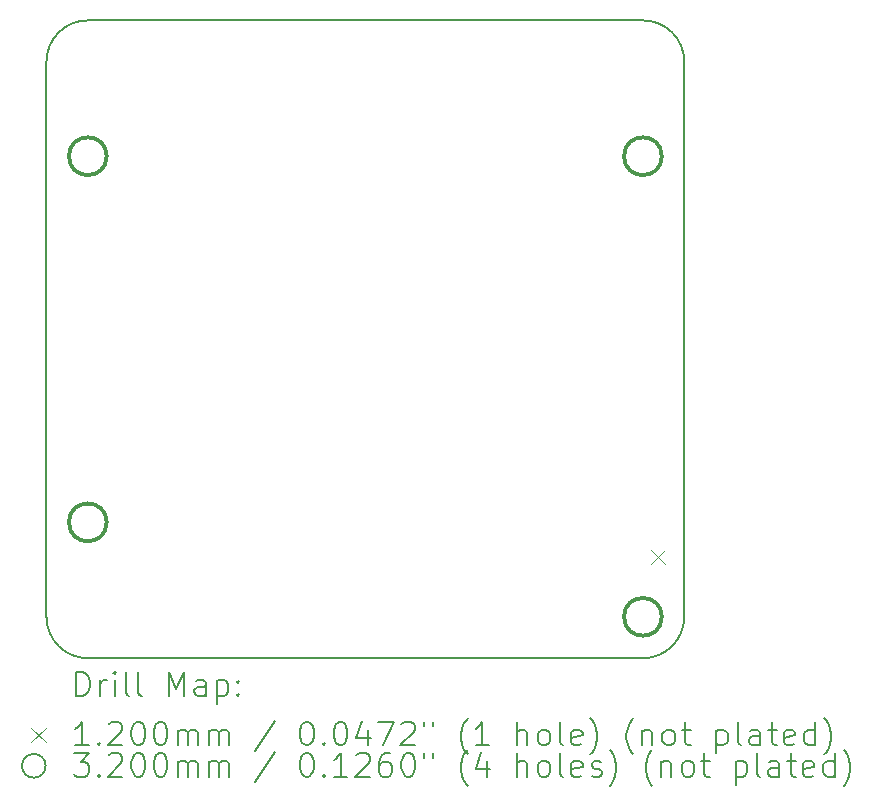
<source format=gbr>
%TF.GenerationSoftware,KiCad,Pcbnew,9.0.0*%
%TF.CreationDate,2025-04-17T11:42:54-07:00*%
%TF.ProjectId,Teensy_Telemetry_Compact,5465656e-7379-45f5-9465-6c656d657472,rev?*%
%TF.SameCoordinates,Original*%
%TF.FileFunction,Drillmap*%
%TF.FilePolarity,Positive*%
%FSLAX45Y45*%
G04 Gerber Fmt 4.5, Leading zero omitted, Abs format (unit mm)*
G04 Created by KiCad (PCBNEW 9.0.0) date 2025-04-17 11:42:54*
%MOMM*%
%LPD*%
G01*
G04 APERTURE LIST*
%ADD10C,0.150000*%
%ADD11C,0.200000*%
%ADD12C,0.120000*%
%ADD13C,0.320000*%
G04 APERTURE END LIST*
D10*
X12950000Y-13850000D02*
X8250000Y-13850000D01*
X7900000Y-8800000D02*
G75*
G02*
X8250000Y-8450000I350000J0D01*
G01*
X7900000Y-13500000D02*
X7900000Y-8800000D01*
X13300000Y-13500000D02*
G75*
G02*
X12950000Y-13850000I-350000J0D01*
G01*
X12950000Y-8450000D02*
G75*
G02*
X13300000Y-8800000I0J-350000D01*
G01*
X8250000Y-13850000D02*
G75*
G02*
X7900000Y-13500000I0J350000D01*
G01*
X8250000Y-8450000D02*
X12950000Y-8450000D01*
X13300000Y-8800000D02*
X13300000Y-13500000D01*
D11*
D12*
X13015000Y-12935000D02*
X13135000Y-13055000D01*
X13135000Y-12935000D02*
X13015000Y-13055000D01*
D13*
X8410000Y-9600000D02*
G75*
G02*
X8090000Y-9600000I-160000J0D01*
G01*
X8090000Y-9600000D02*
G75*
G02*
X8410000Y-9600000I160000J0D01*
G01*
X8410000Y-12700000D02*
G75*
G02*
X8090000Y-12700000I-160000J0D01*
G01*
X8090000Y-12700000D02*
G75*
G02*
X8410000Y-12700000I160000J0D01*
G01*
X13110000Y-9600000D02*
G75*
G02*
X12790000Y-9600000I-160000J0D01*
G01*
X12790000Y-9600000D02*
G75*
G02*
X13110000Y-9600000I160000J0D01*
G01*
X13110000Y-13500000D02*
G75*
G02*
X12790000Y-13500000I-160000J0D01*
G01*
X12790000Y-13500000D02*
G75*
G02*
X13110000Y-13500000I160000J0D01*
G01*
D11*
X8153277Y-14168984D02*
X8153277Y-13968984D01*
X8153277Y-13968984D02*
X8200896Y-13968984D01*
X8200896Y-13968984D02*
X8229467Y-13978508D01*
X8229467Y-13978508D02*
X8248515Y-13997555D01*
X8248515Y-13997555D02*
X8258039Y-14016603D01*
X8258039Y-14016603D02*
X8267562Y-14054698D01*
X8267562Y-14054698D02*
X8267562Y-14083269D01*
X8267562Y-14083269D02*
X8258039Y-14121365D01*
X8258039Y-14121365D02*
X8248515Y-14140412D01*
X8248515Y-14140412D02*
X8229467Y-14159460D01*
X8229467Y-14159460D02*
X8200896Y-14168984D01*
X8200896Y-14168984D02*
X8153277Y-14168984D01*
X8353277Y-14168984D02*
X8353277Y-14035650D01*
X8353277Y-14073746D02*
X8362801Y-14054698D01*
X8362801Y-14054698D02*
X8372324Y-14045174D01*
X8372324Y-14045174D02*
X8391372Y-14035650D01*
X8391372Y-14035650D02*
X8410420Y-14035650D01*
X8477086Y-14168984D02*
X8477086Y-14035650D01*
X8477086Y-13968984D02*
X8467563Y-13978508D01*
X8467563Y-13978508D02*
X8477086Y-13988031D01*
X8477086Y-13988031D02*
X8486610Y-13978508D01*
X8486610Y-13978508D02*
X8477086Y-13968984D01*
X8477086Y-13968984D02*
X8477086Y-13988031D01*
X8600896Y-14168984D02*
X8581848Y-14159460D01*
X8581848Y-14159460D02*
X8572324Y-14140412D01*
X8572324Y-14140412D02*
X8572324Y-13968984D01*
X8705658Y-14168984D02*
X8686610Y-14159460D01*
X8686610Y-14159460D02*
X8677086Y-14140412D01*
X8677086Y-14140412D02*
X8677086Y-13968984D01*
X8934229Y-14168984D02*
X8934229Y-13968984D01*
X8934229Y-13968984D02*
X9000896Y-14111841D01*
X9000896Y-14111841D02*
X9067563Y-13968984D01*
X9067563Y-13968984D02*
X9067563Y-14168984D01*
X9248515Y-14168984D02*
X9248515Y-14064222D01*
X9248515Y-14064222D02*
X9238991Y-14045174D01*
X9238991Y-14045174D02*
X9219944Y-14035650D01*
X9219944Y-14035650D02*
X9181848Y-14035650D01*
X9181848Y-14035650D02*
X9162801Y-14045174D01*
X9248515Y-14159460D02*
X9229467Y-14168984D01*
X9229467Y-14168984D02*
X9181848Y-14168984D01*
X9181848Y-14168984D02*
X9162801Y-14159460D01*
X9162801Y-14159460D02*
X9153277Y-14140412D01*
X9153277Y-14140412D02*
X9153277Y-14121365D01*
X9153277Y-14121365D02*
X9162801Y-14102317D01*
X9162801Y-14102317D02*
X9181848Y-14092793D01*
X9181848Y-14092793D02*
X9229467Y-14092793D01*
X9229467Y-14092793D02*
X9248515Y-14083269D01*
X9343753Y-14035650D02*
X9343753Y-14235650D01*
X9343753Y-14045174D02*
X9362801Y-14035650D01*
X9362801Y-14035650D02*
X9400896Y-14035650D01*
X9400896Y-14035650D02*
X9419944Y-14045174D01*
X9419944Y-14045174D02*
X9429467Y-14054698D01*
X9429467Y-14054698D02*
X9438991Y-14073746D01*
X9438991Y-14073746D02*
X9438991Y-14130888D01*
X9438991Y-14130888D02*
X9429467Y-14149936D01*
X9429467Y-14149936D02*
X9419944Y-14159460D01*
X9419944Y-14159460D02*
X9400896Y-14168984D01*
X9400896Y-14168984D02*
X9362801Y-14168984D01*
X9362801Y-14168984D02*
X9343753Y-14159460D01*
X9524705Y-14149936D02*
X9534229Y-14159460D01*
X9534229Y-14159460D02*
X9524705Y-14168984D01*
X9524705Y-14168984D02*
X9515182Y-14159460D01*
X9515182Y-14159460D02*
X9524705Y-14149936D01*
X9524705Y-14149936D02*
X9524705Y-14168984D01*
X9524705Y-14045174D02*
X9534229Y-14054698D01*
X9534229Y-14054698D02*
X9524705Y-14064222D01*
X9524705Y-14064222D02*
X9515182Y-14054698D01*
X9515182Y-14054698D02*
X9524705Y-14045174D01*
X9524705Y-14045174D02*
X9524705Y-14064222D01*
D12*
X7772500Y-14437500D02*
X7892500Y-14557500D01*
X7892500Y-14437500D02*
X7772500Y-14557500D01*
D11*
X8258039Y-14588984D02*
X8143753Y-14588984D01*
X8200896Y-14588984D02*
X8200896Y-14388984D01*
X8200896Y-14388984D02*
X8181848Y-14417555D01*
X8181848Y-14417555D02*
X8162801Y-14436603D01*
X8162801Y-14436603D02*
X8143753Y-14446127D01*
X8343753Y-14569936D02*
X8353277Y-14579460D01*
X8353277Y-14579460D02*
X8343753Y-14588984D01*
X8343753Y-14588984D02*
X8334229Y-14579460D01*
X8334229Y-14579460D02*
X8343753Y-14569936D01*
X8343753Y-14569936D02*
X8343753Y-14588984D01*
X8429467Y-14408031D02*
X8438991Y-14398508D01*
X8438991Y-14398508D02*
X8458039Y-14388984D01*
X8458039Y-14388984D02*
X8505658Y-14388984D01*
X8505658Y-14388984D02*
X8524705Y-14398508D01*
X8524705Y-14398508D02*
X8534229Y-14408031D01*
X8534229Y-14408031D02*
X8543753Y-14427079D01*
X8543753Y-14427079D02*
X8543753Y-14446127D01*
X8543753Y-14446127D02*
X8534229Y-14474698D01*
X8534229Y-14474698D02*
X8419944Y-14588984D01*
X8419944Y-14588984D02*
X8543753Y-14588984D01*
X8667563Y-14388984D02*
X8686610Y-14388984D01*
X8686610Y-14388984D02*
X8705658Y-14398508D01*
X8705658Y-14398508D02*
X8715182Y-14408031D01*
X8715182Y-14408031D02*
X8724705Y-14427079D01*
X8724705Y-14427079D02*
X8734229Y-14465174D01*
X8734229Y-14465174D02*
X8734229Y-14512793D01*
X8734229Y-14512793D02*
X8724705Y-14550888D01*
X8724705Y-14550888D02*
X8715182Y-14569936D01*
X8715182Y-14569936D02*
X8705658Y-14579460D01*
X8705658Y-14579460D02*
X8686610Y-14588984D01*
X8686610Y-14588984D02*
X8667563Y-14588984D01*
X8667563Y-14588984D02*
X8648515Y-14579460D01*
X8648515Y-14579460D02*
X8638991Y-14569936D01*
X8638991Y-14569936D02*
X8629467Y-14550888D01*
X8629467Y-14550888D02*
X8619944Y-14512793D01*
X8619944Y-14512793D02*
X8619944Y-14465174D01*
X8619944Y-14465174D02*
X8629467Y-14427079D01*
X8629467Y-14427079D02*
X8638991Y-14408031D01*
X8638991Y-14408031D02*
X8648515Y-14398508D01*
X8648515Y-14398508D02*
X8667563Y-14388984D01*
X8858039Y-14388984D02*
X8877086Y-14388984D01*
X8877086Y-14388984D02*
X8896134Y-14398508D01*
X8896134Y-14398508D02*
X8905658Y-14408031D01*
X8905658Y-14408031D02*
X8915182Y-14427079D01*
X8915182Y-14427079D02*
X8924705Y-14465174D01*
X8924705Y-14465174D02*
X8924705Y-14512793D01*
X8924705Y-14512793D02*
X8915182Y-14550888D01*
X8915182Y-14550888D02*
X8905658Y-14569936D01*
X8905658Y-14569936D02*
X8896134Y-14579460D01*
X8896134Y-14579460D02*
X8877086Y-14588984D01*
X8877086Y-14588984D02*
X8858039Y-14588984D01*
X8858039Y-14588984D02*
X8838991Y-14579460D01*
X8838991Y-14579460D02*
X8829467Y-14569936D01*
X8829467Y-14569936D02*
X8819944Y-14550888D01*
X8819944Y-14550888D02*
X8810420Y-14512793D01*
X8810420Y-14512793D02*
X8810420Y-14465174D01*
X8810420Y-14465174D02*
X8819944Y-14427079D01*
X8819944Y-14427079D02*
X8829467Y-14408031D01*
X8829467Y-14408031D02*
X8838991Y-14398508D01*
X8838991Y-14398508D02*
X8858039Y-14388984D01*
X9010420Y-14588984D02*
X9010420Y-14455650D01*
X9010420Y-14474698D02*
X9019944Y-14465174D01*
X9019944Y-14465174D02*
X9038991Y-14455650D01*
X9038991Y-14455650D02*
X9067563Y-14455650D01*
X9067563Y-14455650D02*
X9086610Y-14465174D01*
X9086610Y-14465174D02*
X9096134Y-14484222D01*
X9096134Y-14484222D02*
X9096134Y-14588984D01*
X9096134Y-14484222D02*
X9105658Y-14465174D01*
X9105658Y-14465174D02*
X9124705Y-14455650D01*
X9124705Y-14455650D02*
X9153277Y-14455650D01*
X9153277Y-14455650D02*
X9172325Y-14465174D01*
X9172325Y-14465174D02*
X9181848Y-14484222D01*
X9181848Y-14484222D02*
X9181848Y-14588984D01*
X9277086Y-14588984D02*
X9277086Y-14455650D01*
X9277086Y-14474698D02*
X9286610Y-14465174D01*
X9286610Y-14465174D02*
X9305658Y-14455650D01*
X9305658Y-14455650D02*
X9334229Y-14455650D01*
X9334229Y-14455650D02*
X9353277Y-14465174D01*
X9353277Y-14465174D02*
X9362801Y-14484222D01*
X9362801Y-14484222D02*
X9362801Y-14588984D01*
X9362801Y-14484222D02*
X9372325Y-14465174D01*
X9372325Y-14465174D02*
X9391372Y-14455650D01*
X9391372Y-14455650D02*
X9419944Y-14455650D01*
X9419944Y-14455650D02*
X9438991Y-14465174D01*
X9438991Y-14465174D02*
X9448515Y-14484222D01*
X9448515Y-14484222D02*
X9448515Y-14588984D01*
X9838991Y-14379460D02*
X9667563Y-14636603D01*
X10096134Y-14388984D02*
X10115182Y-14388984D01*
X10115182Y-14388984D02*
X10134229Y-14398508D01*
X10134229Y-14398508D02*
X10143753Y-14408031D01*
X10143753Y-14408031D02*
X10153277Y-14427079D01*
X10153277Y-14427079D02*
X10162801Y-14465174D01*
X10162801Y-14465174D02*
X10162801Y-14512793D01*
X10162801Y-14512793D02*
X10153277Y-14550888D01*
X10153277Y-14550888D02*
X10143753Y-14569936D01*
X10143753Y-14569936D02*
X10134229Y-14579460D01*
X10134229Y-14579460D02*
X10115182Y-14588984D01*
X10115182Y-14588984D02*
X10096134Y-14588984D01*
X10096134Y-14588984D02*
X10077087Y-14579460D01*
X10077087Y-14579460D02*
X10067563Y-14569936D01*
X10067563Y-14569936D02*
X10058039Y-14550888D01*
X10058039Y-14550888D02*
X10048515Y-14512793D01*
X10048515Y-14512793D02*
X10048515Y-14465174D01*
X10048515Y-14465174D02*
X10058039Y-14427079D01*
X10058039Y-14427079D02*
X10067563Y-14408031D01*
X10067563Y-14408031D02*
X10077087Y-14398508D01*
X10077087Y-14398508D02*
X10096134Y-14388984D01*
X10248515Y-14569936D02*
X10258039Y-14579460D01*
X10258039Y-14579460D02*
X10248515Y-14588984D01*
X10248515Y-14588984D02*
X10238991Y-14579460D01*
X10238991Y-14579460D02*
X10248515Y-14569936D01*
X10248515Y-14569936D02*
X10248515Y-14588984D01*
X10381848Y-14388984D02*
X10400896Y-14388984D01*
X10400896Y-14388984D02*
X10419944Y-14398508D01*
X10419944Y-14398508D02*
X10429468Y-14408031D01*
X10429468Y-14408031D02*
X10438991Y-14427079D01*
X10438991Y-14427079D02*
X10448515Y-14465174D01*
X10448515Y-14465174D02*
X10448515Y-14512793D01*
X10448515Y-14512793D02*
X10438991Y-14550888D01*
X10438991Y-14550888D02*
X10429468Y-14569936D01*
X10429468Y-14569936D02*
X10419944Y-14579460D01*
X10419944Y-14579460D02*
X10400896Y-14588984D01*
X10400896Y-14588984D02*
X10381848Y-14588984D01*
X10381848Y-14588984D02*
X10362801Y-14579460D01*
X10362801Y-14579460D02*
X10353277Y-14569936D01*
X10353277Y-14569936D02*
X10343753Y-14550888D01*
X10343753Y-14550888D02*
X10334229Y-14512793D01*
X10334229Y-14512793D02*
X10334229Y-14465174D01*
X10334229Y-14465174D02*
X10343753Y-14427079D01*
X10343753Y-14427079D02*
X10353277Y-14408031D01*
X10353277Y-14408031D02*
X10362801Y-14398508D01*
X10362801Y-14398508D02*
X10381848Y-14388984D01*
X10619944Y-14455650D02*
X10619944Y-14588984D01*
X10572325Y-14379460D02*
X10524706Y-14522317D01*
X10524706Y-14522317D02*
X10648515Y-14522317D01*
X10705658Y-14388984D02*
X10838991Y-14388984D01*
X10838991Y-14388984D02*
X10753277Y-14588984D01*
X10905658Y-14408031D02*
X10915182Y-14398508D01*
X10915182Y-14398508D02*
X10934229Y-14388984D01*
X10934229Y-14388984D02*
X10981849Y-14388984D01*
X10981849Y-14388984D02*
X11000896Y-14398508D01*
X11000896Y-14398508D02*
X11010420Y-14408031D01*
X11010420Y-14408031D02*
X11019944Y-14427079D01*
X11019944Y-14427079D02*
X11019944Y-14446127D01*
X11019944Y-14446127D02*
X11010420Y-14474698D01*
X11010420Y-14474698D02*
X10896134Y-14588984D01*
X10896134Y-14588984D02*
X11019944Y-14588984D01*
X11096134Y-14388984D02*
X11096134Y-14427079D01*
X11172325Y-14388984D02*
X11172325Y-14427079D01*
X11467563Y-14665174D02*
X11458039Y-14655650D01*
X11458039Y-14655650D02*
X11438991Y-14627079D01*
X11438991Y-14627079D02*
X11429468Y-14608031D01*
X11429468Y-14608031D02*
X11419944Y-14579460D01*
X11419944Y-14579460D02*
X11410420Y-14531841D01*
X11410420Y-14531841D02*
X11410420Y-14493746D01*
X11410420Y-14493746D02*
X11419944Y-14446127D01*
X11419944Y-14446127D02*
X11429468Y-14417555D01*
X11429468Y-14417555D02*
X11438991Y-14398508D01*
X11438991Y-14398508D02*
X11458039Y-14369936D01*
X11458039Y-14369936D02*
X11467563Y-14360412D01*
X11648515Y-14588984D02*
X11534229Y-14588984D01*
X11591372Y-14588984D02*
X11591372Y-14388984D01*
X11591372Y-14388984D02*
X11572325Y-14417555D01*
X11572325Y-14417555D02*
X11553277Y-14436603D01*
X11553277Y-14436603D02*
X11534229Y-14446127D01*
X11886610Y-14588984D02*
X11886610Y-14388984D01*
X11972325Y-14588984D02*
X11972325Y-14484222D01*
X11972325Y-14484222D02*
X11962801Y-14465174D01*
X11962801Y-14465174D02*
X11943753Y-14455650D01*
X11943753Y-14455650D02*
X11915182Y-14455650D01*
X11915182Y-14455650D02*
X11896134Y-14465174D01*
X11896134Y-14465174D02*
X11886610Y-14474698D01*
X12096134Y-14588984D02*
X12077087Y-14579460D01*
X12077087Y-14579460D02*
X12067563Y-14569936D01*
X12067563Y-14569936D02*
X12058039Y-14550888D01*
X12058039Y-14550888D02*
X12058039Y-14493746D01*
X12058039Y-14493746D02*
X12067563Y-14474698D01*
X12067563Y-14474698D02*
X12077087Y-14465174D01*
X12077087Y-14465174D02*
X12096134Y-14455650D01*
X12096134Y-14455650D02*
X12124706Y-14455650D01*
X12124706Y-14455650D02*
X12143753Y-14465174D01*
X12143753Y-14465174D02*
X12153277Y-14474698D01*
X12153277Y-14474698D02*
X12162801Y-14493746D01*
X12162801Y-14493746D02*
X12162801Y-14550888D01*
X12162801Y-14550888D02*
X12153277Y-14569936D01*
X12153277Y-14569936D02*
X12143753Y-14579460D01*
X12143753Y-14579460D02*
X12124706Y-14588984D01*
X12124706Y-14588984D02*
X12096134Y-14588984D01*
X12277087Y-14588984D02*
X12258039Y-14579460D01*
X12258039Y-14579460D02*
X12248515Y-14560412D01*
X12248515Y-14560412D02*
X12248515Y-14388984D01*
X12429468Y-14579460D02*
X12410420Y-14588984D01*
X12410420Y-14588984D02*
X12372325Y-14588984D01*
X12372325Y-14588984D02*
X12353277Y-14579460D01*
X12353277Y-14579460D02*
X12343753Y-14560412D01*
X12343753Y-14560412D02*
X12343753Y-14484222D01*
X12343753Y-14484222D02*
X12353277Y-14465174D01*
X12353277Y-14465174D02*
X12372325Y-14455650D01*
X12372325Y-14455650D02*
X12410420Y-14455650D01*
X12410420Y-14455650D02*
X12429468Y-14465174D01*
X12429468Y-14465174D02*
X12438991Y-14484222D01*
X12438991Y-14484222D02*
X12438991Y-14503269D01*
X12438991Y-14503269D02*
X12343753Y-14522317D01*
X12505658Y-14665174D02*
X12515182Y-14655650D01*
X12515182Y-14655650D02*
X12534230Y-14627079D01*
X12534230Y-14627079D02*
X12543753Y-14608031D01*
X12543753Y-14608031D02*
X12553277Y-14579460D01*
X12553277Y-14579460D02*
X12562801Y-14531841D01*
X12562801Y-14531841D02*
X12562801Y-14493746D01*
X12562801Y-14493746D02*
X12553277Y-14446127D01*
X12553277Y-14446127D02*
X12543753Y-14417555D01*
X12543753Y-14417555D02*
X12534230Y-14398508D01*
X12534230Y-14398508D02*
X12515182Y-14369936D01*
X12515182Y-14369936D02*
X12505658Y-14360412D01*
X12867563Y-14665174D02*
X12858039Y-14655650D01*
X12858039Y-14655650D02*
X12838991Y-14627079D01*
X12838991Y-14627079D02*
X12829468Y-14608031D01*
X12829468Y-14608031D02*
X12819944Y-14579460D01*
X12819944Y-14579460D02*
X12810420Y-14531841D01*
X12810420Y-14531841D02*
X12810420Y-14493746D01*
X12810420Y-14493746D02*
X12819944Y-14446127D01*
X12819944Y-14446127D02*
X12829468Y-14417555D01*
X12829468Y-14417555D02*
X12838991Y-14398508D01*
X12838991Y-14398508D02*
X12858039Y-14369936D01*
X12858039Y-14369936D02*
X12867563Y-14360412D01*
X12943753Y-14455650D02*
X12943753Y-14588984D01*
X12943753Y-14474698D02*
X12953277Y-14465174D01*
X12953277Y-14465174D02*
X12972325Y-14455650D01*
X12972325Y-14455650D02*
X13000896Y-14455650D01*
X13000896Y-14455650D02*
X13019944Y-14465174D01*
X13019944Y-14465174D02*
X13029468Y-14484222D01*
X13029468Y-14484222D02*
X13029468Y-14588984D01*
X13153277Y-14588984D02*
X13134230Y-14579460D01*
X13134230Y-14579460D02*
X13124706Y-14569936D01*
X13124706Y-14569936D02*
X13115182Y-14550888D01*
X13115182Y-14550888D02*
X13115182Y-14493746D01*
X13115182Y-14493746D02*
X13124706Y-14474698D01*
X13124706Y-14474698D02*
X13134230Y-14465174D01*
X13134230Y-14465174D02*
X13153277Y-14455650D01*
X13153277Y-14455650D02*
X13181849Y-14455650D01*
X13181849Y-14455650D02*
X13200896Y-14465174D01*
X13200896Y-14465174D02*
X13210420Y-14474698D01*
X13210420Y-14474698D02*
X13219944Y-14493746D01*
X13219944Y-14493746D02*
X13219944Y-14550888D01*
X13219944Y-14550888D02*
X13210420Y-14569936D01*
X13210420Y-14569936D02*
X13200896Y-14579460D01*
X13200896Y-14579460D02*
X13181849Y-14588984D01*
X13181849Y-14588984D02*
X13153277Y-14588984D01*
X13277087Y-14455650D02*
X13353277Y-14455650D01*
X13305658Y-14388984D02*
X13305658Y-14560412D01*
X13305658Y-14560412D02*
X13315182Y-14579460D01*
X13315182Y-14579460D02*
X13334230Y-14588984D01*
X13334230Y-14588984D02*
X13353277Y-14588984D01*
X13572325Y-14455650D02*
X13572325Y-14655650D01*
X13572325Y-14465174D02*
X13591372Y-14455650D01*
X13591372Y-14455650D02*
X13629468Y-14455650D01*
X13629468Y-14455650D02*
X13648515Y-14465174D01*
X13648515Y-14465174D02*
X13658039Y-14474698D01*
X13658039Y-14474698D02*
X13667563Y-14493746D01*
X13667563Y-14493746D02*
X13667563Y-14550888D01*
X13667563Y-14550888D02*
X13658039Y-14569936D01*
X13658039Y-14569936D02*
X13648515Y-14579460D01*
X13648515Y-14579460D02*
X13629468Y-14588984D01*
X13629468Y-14588984D02*
X13591372Y-14588984D01*
X13591372Y-14588984D02*
X13572325Y-14579460D01*
X13781849Y-14588984D02*
X13762801Y-14579460D01*
X13762801Y-14579460D02*
X13753277Y-14560412D01*
X13753277Y-14560412D02*
X13753277Y-14388984D01*
X13943753Y-14588984D02*
X13943753Y-14484222D01*
X13943753Y-14484222D02*
X13934230Y-14465174D01*
X13934230Y-14465174D02*
X13915182Y-14455650D01*
X13915182Y-14455650D02*
X13877087Y-14455650D01*
X13877087Y-14455650D02*
X13858039Y-14465174D01*
X13943753Y-14579460D02*
X13924706Y-14588984D01*
X13924706Y-14588984D02*
X13877087Y-14588984D01*
X13877087Y-14588984D02*
X13858039Y-14579460D01*
X13858039Y-14579460D02*
X13848515Y-14560412D01*
X13848515Y-14560412D02*
X13848515Y-14541365D01*
X13848515Y-14541365D02*
X13858039Y-14522317D01*
X13858039Y-14522317D02*
X13877087Y-14512793D01*
X13877087Y-14512793D02*
X13924706Y-14512793D01*
X13924706Y-14512793D02*
X13943753Y-14503269D01*
X14010420Y-14455650D02*
X14086611Y-14455650D01*
X14038992Y-14388984D02*
X14038992Y-14560412D01*
X14038992Y-14560412D02*
X14048515Y-14579460D01*
X14048515Y-14579460D02*
X14067563Y-14588984D01*
X14067563Y-14588984D02*
X14086611Y-14588984D01*
X14229468Y-14579460D02*
X14210420Y-14588984D01*
X14210420Y-14588984D02*
X14172325Y-14588984D01*
X14172325Y-14588984D02*
X14153277Y-14579460D01*
X14153277Y-14579460D02*
X14143753Y-14560412D01*
X14143753Y-14560412D02*
X14143753Y-14484222D01*
X14143753Y-14484222D02*
X14153277Y-14465174D01*
X14153277Y-14465174D02*
X14172325Y-14455650D01*
X14172325Y-14455650D02*
X14210420Y-14455650D01*
X14210420Y-14455650D02*
X14229468Y-14465174D01*
X14229468Y-14465174D02*
X14238992Y-14484222D01*
X14238992Y-14484222D02*
X14238992Y-14503269D01*
X14238992Y-14503269D02*
X14143753Y-14522317D01*
X14410420Y-14588984D02*
X14410420Y-14388984D01*
X14410420Y-14579460D02*
X14391373Y-14588984D01*
X14391373Y-14588984D02*
X14353277Y-14588984D01*
X14353277Y-14588984D02*
X14334230Y-14579460D01*
X14334230Y-14579460D02*
X14324706Y-14569936D01*
X14324706Y-14569936D02*
X14315182Y-14550888D01*
X14315182Y-14550888D02*
X14315182Y-14493746D01*
X14315182Y-14493746D02*
X14324706Y-14474698D01*
X14324706Y-14474698D02*
X14334230Y-14465174D01*
X14334230Y-14465174D02*
X14353277Y-14455650D01*
X14353277Y-14455650D02*
X14391373Y-14455650D01*
X14391373Y-14455650D02*
X14410420Y-14465174D01*
X14486611Y-14665174D02*
X14496134Y-14655650D01*
X14496134Y-14655650D02*
X14515182Y-14627079D01*
X14515182Y-14627079D02*
X14524706Y-14608031D01*
X14524706Y-14608031D02*
X14534230Y-14579460D01*
X14534230Y-14579460D02*
X14543753Y-14531841D01*
X14543753Y-14531841D02*
X14543753Y-14493746D01*
X14543753Y-14493746D02*
X14534230Y-14446127D01*
X14534230Y-14446127D02*
X14524706Y-14417555D01*
X14524706Y-14417555D02*
X14515182Y-14398508D01*
X14515182Y-14398508D02*
X14496134Y-14369936D01*
X14496134Y-14369936D02*
X14486611Y-14360412D01*
X7892500Y-14761500D02*
G75*
G02*
X7692500Y-14761500I-100000J0D01*
G01*
X7692500Y-14761500D02*
G75*
G02*
X7892500Y-14761500I100000J0D01*
G01*
X8134229Y-14652984D02*
X8258039Y-14652984D01*
X8258039Y-14652984D02*
X8191372Y-14729174D01*
X8191372Y-14729174D02*
X8219943Y-14729174D01*
X8219943Y-14729174D02*
X8238991Y-14738698D01*
X8238991Y-14738698D02*
X8248515Y-14748222D01*
X8248515Y-14748222D02*
X8258039Y-14767269D01*
X8258039Y-14767269D02*
X8258039Y-14814888D01*
X8258039Y-14814888D02*
X8248515Y-14833936D01*
X8248515Y-14833936D02*
X8238991Y-14843460D01*
X8238991Y-14843460D02*
X8219943Y-14852984D01*
X8219943Y-14852984D02*
X8162801Y-14852984D01*
X8162801Y-14852984D02*
X8143753Y-14843460D01*
X8143753Y-14843460D02*
X8134229Y-14833936D01*
X8343753Y-14833936D02*
X8353277Y-14843460D01*
X8353277Y-14843460D02*
X8343753Y-14852984D01*
X8343753Y-14852984D02*
X8334229Y-14843460D01*
X8334229Y-14843460D02*
X8343753Y-14833936D01*
X8343753Y-14833936D02*
X8343753Y-14852984D01*
X8429467Y-14672031D02*
X8438991Y-14662508D01*
X8438991Y-14662508D02*
X8458039Y-14652984D01*
X8458039Y-14652984D02*
X8505658Y-14652984D01*
X8505658Y-14652984D02*
X8524705Y-14662508D01*
X8524705Y-14662508D02*
X8534229Y-14672031D01*
X8534229Y-14672031D02*
X8543753Y-14691079D01*
X8543753Y-14691079D02*
X8543753Y-14710127D01*
X8543753Y-14710127D02*
X8534229Y-14738698D01*
X8534229Y-14738698D02*
X8419944Y-14852984D01*
X8419944Y-14852984D02*
X8543753Y-14852984D01*
X8667563Y-14652984D02*
X8686610Y-14652984D01*
X8686610Y-14652984D02*
X8705658Y-14662508D01*
X8705658Y-14662508D02*
X8715182Y-14672031D01*
X8715182Y-14672031D02*
X8724705Y-14691079D01*
X8724705Y-14691079D02*
X8734229Y-14729174D01*
X8734229Y-14729174D02*
X8734229Y-14776793D01*
X8734229Y-14776793D02*
X8724705Y-14814888D01*
X8724705Y-14814888D02*
X8715182Y-14833936D01*
X8715182Y-14833936D02*
X8705658Y-14843460D01*
X8705658Y-14843460D02*
X8686610Y-14852984D01*
X8686610Y-14852984D02*
X8667563Y-14852984D01*
X8667563Y-14852984D02*
X8648515Y-14843460D01*
X8648515Y-14843460D02*
X8638991Y-14833936D01*
X8638991Y-14833936D02*
X8629467Y-14814888D01*
X8629467Y-14814888D02*
X8619944Y-14776793D01*
X8619944Y-14776793D02*
X8619944Y-14729174D01*
X8619944Y-14729174D02*
X8629467Y-14691079D01*
X8629467Y-14691079D02*
X8638991Y-14672031D01*
X8638991Y-14672031D02*
X8648515Y-14662508D01*
X8648515Y-14662508D02*
X8667563Y-14652984D01*
X8858039Y-14652984D02*
X8877086Y-14652984D01*
X8877086Y-14652984D02*
X8896134Y-14662508D01*
X8896134Y-14662508D02*
X8905658Y-14672031D01*
X8905658Y-14672031D02*
X8915182Y-14691079D01*
X8915182Y-14691079D02*
X8924705Y-14729174D01*
X8924705Y-14729174D02*
X8924705Y-14776793D01*
X8924705Y-14776793D02*
X8915182Y-14814888D01*
X8915182Y-14814888D02*
X8905658Y-14833936D01*
X8905658Y-14833936D02*
X8896134Y-14843460D01*
X8896134Y-14843460D02*
X8877086Y-14852984D01*
X8877086Y-14852984D02*
X8858039Y-14852984D01*
X8858039Y-14852984D02*
X8838991Y-14843460D01*
X8838991Y-14843460D02*
X8829467Y-14833936D01*
X8829467Y-14833936D02*
X8819944Y-14814888D01*
X8819944Y-14814888D02*
X8810420Y-14776793D01*
X8810420Y-14776793D02*
X8810420Y-14729174D01*
X8810420Y-14729174D02*
X8819944Y-14691079D01*
X8819944Y-14691079D02*
X8829467Y-14672031D01*
X8829467Y-14672031D02*
X8838991Y-14662508D01*
X8838991Y-14662508D02*
X8858039Y-14652984D01*
X9010420Y-14852984D02*
X9010420Y-14719650D01*
X9010420Y-14738698D02*
X9019944Y-14729174D01*
X9019944Y-14729174D02*
X9038991Y-14719650D01*
X9038991Y-14719650D02*
X9067563Y-14719650D01*
X9067563Y-14719650D02*
X9086610Y-14729174D01*
X9086610Y-14729174D02*
X9096134Y-14748222D01*
X9096134Y-14748222D02*
X9096134Y-14852984D01*
X9096134Y-14748222D02*
X9105658Y-14729174D01*
X9105658Y-14729174D02*
X9124705Y-14719650D01*
X9124705Y-14719650D02*
X9153277Y-14719650D01*
X9153277Y-14719650D02*
X9172325Y-14729174D01*
X9172325Y-14729174D02*
X9181848Y-14748222D01*
X9181848Y-14748222D02*
X9181848Y-14852984D01*
X9277086Y-14852984D02*
X9277086Y-14719650D01*
X9277086Y-14738698D02*
X9286610Y-14729174D01*
X9286610Y-14729174D02*
X9305658Y-14719650D01*
X9305658Y-14719650D02*
X9334229Y-14719650D01*
X9334229Y-14719650D02*
X9353277Y-14729174D01*
X9353277Y-14729174D02*
X9362801Y-14748222D01*
X9362801Y-14748222D02*
X9362801Y-14852984D01*
X9362801Y-14748222D02*
X9372325Y-14729174D01*
X9372325Y-14729174D02*
X9391372Y-14719650D01*
X9391372Y-14719650D02*
X9419944Y-14719650D01*
X9419944Y-14719650D02*
X9438991Y-14729174D01*
X9438991Y-14729174D02*
X9448515Y-14748222D01*
X9448515Y-14748222D02*
X9448515Y-14852984D01*
X9838991Y-14643460D02*
X9667563Y-14900603D01*
X10096134Y-14652984D02*
X10115182Y-14652984D01*
X10115182Y-14652984D02*
X10134229Y-14662508D01*
X10134229Y-14662508D02*
X10143753Y-14672031D01*
X10143753Y-14672031D02*
X10153277Y-14691079D01*
X10153277Y-14691079D02*
X10162801Y-14729174D01*
X10162801Y-14729174D02*
X10162801Y-14776793D01*
X10162801Y-14776793D02*
X10153277Y-14814888D01*
X10153277Y-14814888D02*
X10143753Y-14833936D01*
X10143753Y-14833936D02*
X10134229Y-14843460D01*
X10134229Y-14843460D02*
X10115182Y-14852984D01*
X10115182Y-14852984D02*
X10096134Y-14852984D01*
X10096134Y-14852984D02*
X10077087Y-14843460D01*
X10077087Y-14843460D02*
X10067563Y-14833936D01*
X10067563Y-14833936D02*
X10058039Y-14814888D01*
X10058039Y-14814888D02*
X10048515Y-14776793D01*
X10048515Y-14776793D02*
X10048515Y-14729174D01*
X10048515Y-14729174D02*
X10058039Y-14691079D01*
X10058039Y-14691079D02*
X10067563Y-14672031D01*
X10067563Y-14672031D02*
X10077087Y-14662508D01*
X10077087Y-14662508D02*
X10096134Y-14652984D01*
X10248515Y-14833936D02*
X10258039Y-14843460D01*
X10258039Y-14843460D02*
X10248515Y-14852984D01*
X10248515Y-14852984D02*
X10238991Y-14843460D01*
X10238991Y-14843460D02*
X10248515Y-14833936D01*
X10248515Y-14833936D02*
X10248515Y-14852984D01*
X10448515Y-14852984D02*
X10334229Y-14852984D01*
X10391372Y-14852984D02*
X10391372Y-14652984D01*
X10391372Y-14652984D02*
X10372325Y-14681555D01*
X10372325Y-14681555D02*
X10353277Y-14700603D01*
X10353277Y-14700603D02*
X10334229Y-14710127D01*
X10524706Y-14672031D02*
X10534229Y-14662508D01*
X10534229Y-14662508D02*
X10553277Y-14652984D01*
X10553277Y-14652984D02*
X10600896Y-14652984D01*
X10600896Y-14652984D02*
X10619944Y-14662508D01*
X10619944Y-14662508D02*
X10629468Y-14672031D01*
X10629468Y-14672031D02*
X10638991Y-14691079D01*
X10638991Y-14691079D02*
X10638991Y-14710127D01*
X10638991Y-14710127D02*
X10629468Y-14738698D01*
X10629468Y-14738698D02*
X10515182Y-14852984D01*
X10515182Y-14852984D02*
X10638991Y-14852984D01*
X10810420Y-14652984D02*
X10772325Y-14652984D01*
X10772325Y-14652984D02*
X10753277Y-14662508D01*
X10753277Y-14662508D02*
X10743753Y-14672031D01*
X10743753Y-14672031D02*
X10724706Y-14700603D01*
X10724706Y-14700603D02*
X10715182Y-14738698D01*
X10715182Y-14738698D02*
X10715182Y-14814888D01*
X10715182Y-14814888D02*
X10724706Y-14833936D01*
X10724706Y-14833936D02*
X10734229Y-14843460D01*
X10734229Y-14843460D02*
X10753277Y-14852984D01*
X10753277Y-14852984D02*
X10791372Y-14852984D01*
X10791372Y-14852984D02*
X10810420Y-14843460D01*
X10810420Y-14843460D02*
X10819944Y-14833936D01*
X10819944Y-14833936D02*
X10829468Y-14814888D01*
X10829468Y-14814888D02*
X10829468Y-14767269D01*
X10829468Y-14767269D02*
X10819944Y-14748222D01*
X10819944Y-14748222D02*
X10810420Y-14738698D01*
X10810420Y-14738698D02*
X10791372Y-14729174D01*
X10791372Y-14729174D02*
X10753277Y-14729174D01*
X10753277Y-14729174D02*
X10734229Y-14738698D01*
X10734229Y-14738698D02*
X10724706Y-14748222D01*
X10724706Y-14748222D02*
X10715182Y-14767269D01*
X10953277Y-14652984D02*
X10972325Y-14652984D01*
X10972325Y-14652984D02*
X10991372Y-14662508D01*
X10991372Y-14662508D02*
X11000896Y-14672031D01*
X11000896Y-14672031D02*
X11010420Y-14691079D01*
X11010420Y-14691079D02*
X11019944Y-14729174D01*
X11019944Y-14729174D02*
X11019944Y-14776793D01*
X11019944Y-14776793D02*
X11010420Y-14814888D01*
X11010420Y-14814888D02*
X11000896Y-14833936D01*
X11000896Y-14833936D02*
X10991372Y-14843460D01*
X10991372Y-14843460D02*
X10972325Y-14852984D01*
X10972325Y-14852984D02*
X10953277Y-14852984D01*
X10953277Y-14852984D02*
X10934229Y-14843460D01*
X10934229Y-14843460D02*
X10924706Y-14833936D01*
X10924706Y-14833936D02*
X10915182Y-14814888D01*
X10915182Y-14814888D02*
X10905658Y-14776793D01*
X10905658Y-14776793D02*
X10905658Y-14729174D01*
X10905658Y-14729174D02*
X10915182Y-14691079D01*
X10915182Y-14691079D02*
X10924706Y-14672031D01*
X10924706Y-14672031D02*
X10934229Y-14662508D01*
X10934229Y-14662508D02*
X10953277Y-14652984D01*
X11096134Y-14652984D02*
X11096134Y-14691079D01*
X11172325Y-14652984D02*
X11172325Y-14691079D01*
X11467563Y-14929174D02*
X11458039Y-14919650D01*
X11458039Y-14919650D02*
X11438991Y-14891079D01*
X11438991Y-14891079D02*
X11429468Y-14872031D01*
X11429468Y-14872031D02*
X11419944Y-14843460D01*
X11419944Y-14843460D02*
X11410420Y-14795841D01*
X11410420Y-14795841D02*
X11410420Y-14757746D01*
X11410420Y-14757746D02*
X11419944Y-14710127D01*
X11419944Y-14710127D02*
X11429468Y-14681555D01*
X11429468Y-14681555D02*
X11438991Y-14662508D01*
X11438991Y-14662508D02*
X11458039Y-14633936D01*
X11458039Y-14633936D02*
X11467563Y-14624412D01*
X11629468Y-14719650D02*
X11629468Y-14852984D01*
X11581848Y-14643460D02*
X11534229Y-14786317D01*
X11534229Y-14786317D02*
X11658039Y-14786317D01*
X11886610Y-14852984D02*
X11886610Y-14652984D01*
X11972325Y-14852984D02*
X11972325Y-14748222D01*
X11972325Y-14748222D02*
X11962801Y-14729174D01*
X11962801Y-14729174D02*
X11943753Y-14719650D01*
X11943753Y-14719650D02*
X11915182Y-14719650D01*
X11915182Y-14719650D02*
X11896134Y-14729174D01*
X11896134Y-14729174D02*
X11886610Y-14738698D01*
X12096134Y-14852984D02*
X12077087Y-14843460D01*
X12077087Y-14843460D02*
X12067563Y-14833936D01*
X12067563Y-14833936D02*
X12058039Y-14814888D01*
X12058039Y-14814888D02*
X12058039Y-14757746D01*
X12058039Y-14757746D02*
X12067563Y-14738698D01*
X12067563Y-14738698D02*
X12077087Y-14729174D01*
X12077087Y-14729174D02*
X12096134Y-14719650D01*
X12096134Y-14719650D02*
X12124706Y-14719650D01*
X12124706Y-14719650D02*
X12143753Y-14729174D01*
X12143753Y-14729174D02*
X12153277Y-14738698D01*
X12153277Y-14738698D02*
X12162801Y-14757746D01*
X12162801Y-14757746D02*
X12162801Y-14814888D01*
X12162801Y-14814888D02*
X12153277Y-14833936D01*
X12153277Y-14833936D02*
X12143753Y-14843460D01*
X12143753Y-14843460D02*
X12124706Y-14852984D01*
X12124706Y-14852984D02*
X12096134Y-14852984D01*
X12277087Y-14852984D02*
X12258039Y-14843460D01*
X12258039Y-14843460D02*
X12248515Y-14824412D01*
X12248515Y-14824412D02*
X12248515Y-14652984D01*
X12429468Y-14843460D02*
X12410420Y-14852984D01*
X12410420Y-14852984D02*
X12372325Y-14852984D01*
X12372325Y-14852984D02*
X12353277Y-14843460D01*
X12353277Y-14843460D02*
X12343753Y-14824412D01*
X12343753Y-14824412D02*
X12343753Y-14748222D01*
X12343753Y-14748222D02*
X12353277Y-14729174D01*
X12353277Y-14729174D02*
X12372325Y-14719650D01*
X12372325Y-14719650D02*
X12410420Y-14719650D01*
X12410420Y-14719650D02*
X12429468Y-14729174D01*
X12429468Y-14729174D02*
X12438991Y-14748222D01*
X12438991Y-14748222D02*
X12438991Y-14767269D01*
X12438991Y-14767269D02*
X12343753Y-14786317D01*
X12515182Y-14843460D02*
X12534230Y-14852984D01*
X12534230Y-14852984D02*
X12572325Y-14852984D01*
X12572325Y-14852984D02*
X12591372Y-14843460D01*
X12591372Y-14843460D02*
X12600896Y-14824412D01*
X12600896Y-14824412D02*
X12600896Y-14814888D01*
X12600896Y-14814888D02*
X12591372Y-14795841D01*
X12591372Y-14795841D02*
X12572325Y-14786317D01*
X12572325Y-14786317D02*
X12543753Y-14786317D01*
X12543753Y-14786317D02*
X12524706Y-14776793D01*
X12524706Y-14776793D02*
X12515182Y-14757746D01*
X12515182Y-14757746D02*
X12515182Y-14748222D01*
X12515182Y-14748222D02*
X12524706Y-14729174D01*
X12524706Y-14729174D02*
X12543753Y-14719650D01*
X12543753Y-14719650D02*
X12572325Y-14719650D01*
X12572325Y-14719650D02*
X12591372Y-14729174D01*
X12667563Y-14929174D02*
X12677087Y-14919650D01*
X12677087Y-14919650D02*
X12696134Y-14891079D01*
X12696134Y-14891079D02*
X12705658Y-14872031D01*
X12705658Y-14872031D02*
X12715182Y-14843460D01*
X12715182Y-14843460D02*
X12724706Y-14795841D01*
X12724706Y-14795841D02*
X12724706Y-14757746D01*
X12724706Y-14757746D02*
X12715182Y-14710127D01*
X12715182Y-14710127D02*
X12705658Y-14681555D01*
X12705658Y-14681555D02*
X12696134Y-14662508D01*
X12696134Y-14662508D02*
X12677087Y-14633936D01*
X12677087Y-14633936D02*
X12667563Y-14624412D01*
X13029468Y-14929174D02*
X13019944Y-14919650D01*
X13019944Y-14919650D02*
X13000896Y-14891079D01*
X13000896Y-14891079D02*
X12991372Y-14872031D01*
X12991372Y-14872031D02*
X12981849Y-14843460D01*
X12981849Y-14843460D02*
X12972325Y-14795841D01*
X12972325Y-14795841D02*
X12972325Y-14757746D01*
X12972325Y-14757746D02*
X12981849Y-14710127D01*
X12981849Y-14710127D02*
X12991372Y-14681555D01*
X12991372Y-14681555D02*
X13000896Y-14662508D01*
X13000896Y-14662508D02*
X13019944Y-14633936D01*
X13019944Y-14633936D02*
X13029468Y-14624412D01*
X13105658Y-14719650D02*
X13105658Y-14852984D01*
X13105658Y-14738698D02*
X13115182Y-14729174D01*
X13115182Y-14729174D02*
X13134230Y-14719650D01*
X13134230Y-14719650D02*
X13162801Y-14719650D01*
X13162801Y-14719650D02*
X13181849Y-14729174D01*
X13181849Y-14729174D02*
X13191372Y-14748222D01*
X13191372Y-14748222D02*
X13191372Y-14852984D01*
X13315182Y-14852984D02*
X13296134Y-14843460D01*
X13296134Y-14843460D02*
X13286611Y-14833936D01*
X13286611Y-14833936D02*
X13277087Y-14814888D01*
X13277087Y-14814888D02*
X13277087Y-14757746D01*
X13277087Y-14757746D02*
X13286611Y-14738698D01*
X13286611Y-14738698D02*
X13296134Y-14729174D01*
X13296134Y-14729174D02*
X13315182Y-14719650D01*
X13315182Y-14719650D02*
X13343753Y-14719650D01*
X13343753Y-14719650D02*
X13362801Y-14729174D01*
X13362801Y-14729174D02*
X13372325Y-14738698D01*
X13372325Y-14738698D02*
X13381849Y-14757746D01*
X13381849Y-14757746D02*
X13381849Y-14814888D01*
X13381849Y-14814888D02*
X13372325Y-14833936D01*
X13372325Y-14833936D02*
X13362801Y-14843460D01*
X13362801Y-14843460D02*
X13343753Y-14852984D01*
X13343753Y-14852984D02*
X13315182Y-14852984D01*
X13438992Y-14719650D02*
X13515182Y-14719650D01*
X13467563Y-14652984D02*
X13467563Y-14824412D01*
X13467563Y-14824412D02*
X13477087Y-14843460D01*
X13477087Y-14843460D02*
X13496134Y-14852984D01*
X13496134Y-14852984D02*
X13515182Y-14852984D01*
X13734230Y-14719650D02*
X13734230Y-14919650D01*
X13734230Y-14729174D02*
X13753277Y-14719650D01*
X13753277Y-14719650D02*
X13791373Y-14719650D01*
X13791373Y-14719650D02*
X13810420Y-14729174D01*
X13810420Y-14729174D02*
X13819944Y-14738698D01*
X13819944Y-14738698D02*
X13829468Y-14757746D01*
X13829468Y-14757746D02*
X13829468Y-14814888D01*
X13829468Y-14814888D02*
X13819944Y-14833936D01*
X13819944Y-14833936D02*
X13810420Y-14843460D01*
X13810420Y-14843460D02*
X13791373Y-14852984D01*
X13791373Y-14852984D02*
X13753277Y-14852984D01*
X13753277Y-14852984D02*
X13734230Y-14843460D01*
X13943753Y-14852984D02*
X13924706Y-14843460D01*
X13924706Y-14843460D02*
X13915182Y-14824412D01*
X13915182Y-14824412D02*
X13915182Y-14652984D01*
X14105658Y-14852984D02*
X14105658Y-14748222D01*
X14105658Y-14748222D02*
X14096134Y-14729174D01*
X14096134Y-14729174D02*
X14077087Y-14719650D01*
X14077087Y-14719650D02*
X14038992Y-14719650D01*
X14038992Y-14719650D02*
X14019944Y-14729174D01*
X14105658Y-14843460D02*
X14086611Y-14852984D01*
X14086611Y-14852984D02*
X14038992Y-14852984D01*
X14038992Y-14852984D02*
X14019944Y-14843460D01*
X14019944Y-14843460D02*
X14010420Y-14824412D01*
X14010420Y-14824412D02*
X14010420Y-14805365D01*
X14010420Y-14805365D02*
X14019944Y-14786317D01*
X14019944Y-14786317D02*
X14038992Y-14776793D01*
X14038992Y-14776793D02*
X14086611Y-14776793D01*
X14086611Y-14776793D02*
X14105658Y-14767269D01*
X14172325Y-14719650D02*
X14248515Y-14719650D01*
X14200896Y-14652984D02*
X14200896Y-14824412D01*
X14200896Y-14824412D02*
X14210420Y-14843460D01*
X14210420Y-14843460D02*
X14229468Y-14852984D01*
X14229468Y-14852984D02*
X14248515Y-14852984D01*
X14391373Y-14843460D02*
X14372325Y-14852984D01*
X14372325Y-14852984D02*
X14334230Y-14852984D01*
X14334230Y-14852984D02*
X14315182Y-14843460D01*
X14315182Y-14843460D02*
X14305658Y-14824412D01*
X14305658Y-14824412D02*
X14305658Y-14748222D01*
X14305658Y-14748222D02*
X14315182Y-14729174D01*
X14315182Y-14729174D02*
X14334230Y-14719650D01*
X14334230Y-14719650D02*
X14372325Y-14719650D01*
X14372325Y-14719650D02*
X14391373Y-14729174D01*
X14391373Y-14729174D02*
X14400896Y-14748222D01*
X14400896Y-14748222D02*
X14400896Y-14767269D01*
X14400896Y-14767269D02*
X14305658Y-14786317D01*
X14572325Y-14852984D02*
X14572325Y-14652984D01*
X14572325Y-14843460D02*
X14553277Y-14852984D01*
X14553277Y-14852984D02*
X14515182Y-14852984D01*
X14515182Y-14852984D02*
X14496134Y-14843460D01*
X14496134Y-14843460D02*
X14486611Y-14833936D01*
X14486611Y-14833936D02*
X14477087Y-14814888D01*
X14477087Y-14814888D02*
X14477087Y-14757746D01*
X14477087Y-14757746D02*
X14486611Y-14738698D01*
X14486611Y-14738698D02*
X14496134Y-14729174D01*
X14496134Y-14729174D02*
X14515182Y-14719650D01*
X14515182Y-14719650D02*
X14553277Y-14719650D01*
X14553277Y-14719650D02*
X14572325Y-14729174D01*
X14648515Y-14929174D02*
X14658039Y-14919650D01*
X14658039Y-14919650D02*
X14677087Y-14891079D01*
X14677087Y-14891079D02*
X14686611Y-14872031D01*
X14686611Y-14872031D02*
X14696134Y-14843460D01*
X14696134Y-14843460D02*
X14705658Y-14795841D01*
X14705658Y-14795841D02*
X14705658Y-14757746D01*
X14705658Y-14757746D02*
X14696134Y-14710127D01*
X14696134Y-14710127D02*
X14686611Y-14681555D01*
X14686611Y-14681555D02*
X14677087Y-14662508D01*
X14677087Y-14662508D02*
X14658039Y-14633936D01*
X14658039Y-14633936D02*
X14648515Y-14624412D01*
M02*

</source>
